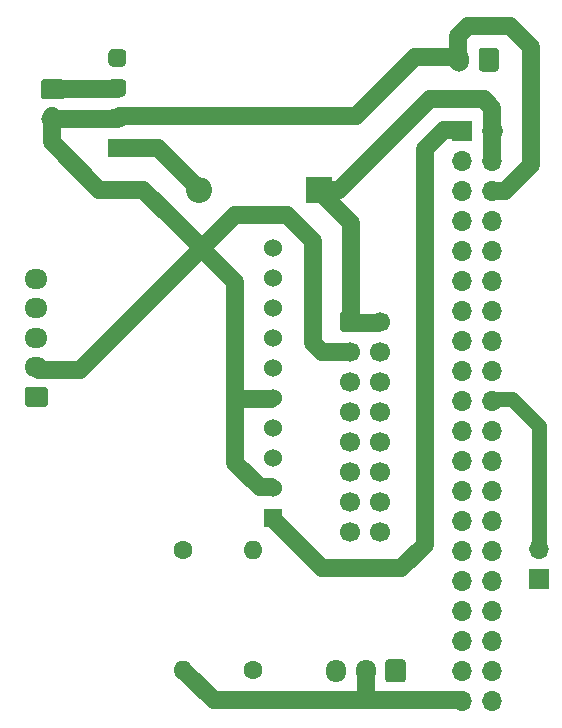
<source format=gbr>
%TF.GenerationSoftware,KiCad,Pcbnew,(5.1.8-0-10_14)*%
%TF.CreationDate,2021-09-21T14:49:06-04:00*%
%TF.ProjectId,PiHatPro,50694861-7450-4726-9f2e-6b696361645f,rev?*%
%TF.SameCoordinates,PX9b0780PY44cb540*%
%TF.FileFunction,Copper,L1,Top*%
%TF.FilePolarity,Positive*%
%FSLAX46Y46*%
G04 Gerber Fmt 4.6, Leading zero omitted, Abs format (unit mm)*
G04 Created by KiCad (PCBNEW (5.1.8-0-10_14)) date 2021-09-21 14:49:06*
%MOMM*%
%LPD*%
G01*
G04 APERTURE LIST*
%TA.AperFunction,ComponentPad*%
%ADD10C,1.524000*%
%TD*%
%TA.AperFunction,ComponentPad*%
%ADD11R,1.524000X1.524000*%
%TD*%
%TA.AperFunction,ComponentPad*%
%ADD12O,1.950000X1.700000*%
%TD*%
%TA.AperFunction,ComponentPad*%
%ADD13O,1.700000X1.700000*%
%TD*%
%TA.AperFunction,ComponentPad*%
%ADD14R,1.700000X1.700000*%
%TD*%
%TA.AperFunction,ComponentPad*%
%ADD15O,1.600000X1.600000*%
%TD*%
%TA.AperFunction,ComponentPad*%
%ADD16C,1.600000*%
%TD*%
%TA.AperFunction,ComponentPad*%
%ADD17O,1.700000X1.950000*%
%TD*%
%TA.AperFunction,ComponentPad*%
%ADD18C,1.700000*%
%TD*%
%TA.AperFunction,ComponentPad*%
%ADD19O,1.700000X2.000000*%
%TD*%
%TA.AperFunction,ComponentPad*%
%ADD20O,2.200000X2.200000*%
%TD*%
%TA.AperFunction,ComponentPad*%
%ADD21R,2.200000X2.200000*%
%TD*%
%TA.AperFunction,ComponentPad*%
%ADD22O,2.000000X1.700000*%
%TD*%
%TA.AperFunction,Conductor*%
%ADD23C,1.250000*%
%TD*%
%TA.AperFunction,Conductor*%
%ADD24C,1.500000*%
%TD*%
G04 APERTURE END LIST*
D10*
%TO.P,U2,10*%
%TO.N,Net-(U2-Pad10)*%
X24700000Y41280000D03*
%TO.P,U2,9*%
%TO.N,JOYSTICK_SW*%
X24700000Y38740000D03*
%TO.P,U2,8*%
%TO.N,JOYSTICK_Y*%
X24700000Y36200000D03*
%TO.P,U2,7*%
%TO.N,JOYSTICK_X*%
X24700000Y33660000D03*
%TO.P,U2,6*%
%TO.N,Net-(U2-Pad6)*%
X24700000Y31120000D03*
%TO.P,U2,5*%
%TO.N,GND*%
X24700000Y28580000D03*
%TO.P,U2,4*%
%TO.N,SDA*%
X24700000Y26040000D03*
%TO.P,U2,3*%
%TO.N,SCL*%
X24700000Y23500000D03*
%TO.P,U2,2*%
%TO.N,GND*%
X24700000Y20960000D03*
D11*
%TO.P,U2,1*%
%TO.N,+3V3*%
X24700000Y18420000D03*
%TD*%
D12*
%TO.P,J4,5*%
%TO.N,JOYSTICK_SW*%
X4700000Y38700000D03*
%TO.P,J4,4*%
%TO.N,JOYSTICK_Y*%
X4700000Y36200000D03*
%TO.P,J4,3*%
%TO.N,JOYSTICK_X*%
X4700000Y33700000D03*
%TO.P,J4,2*%
%TO.N,GND*%
X4700000Y31200000D03*
%TO.P,J4,1*%
%TO.N,+5V*%
%TA.AperFunction,ComponentPad*%
G36*
G01*
X5425000Y27850000D02*
X3975000Y27850000D01*
G75*
G02*
X3725000Y28100000I0J250000D01*
G01*
X3725000Y29300000D01*
G75*
G02*
X3975000Y29550000I250000J0D01*
G01*
X5425000Y29550000D01*
G75*
G02*
X5675000Y29300000I0J-250000D01*
G01*
X5675000Y28100000D01*
G75*
G02*
X5425000Y27850000I-250000J0D01*
G01*
G37*
%TD.AperFunction*%
%TD*%
D13*
%TO.P,J9,2*%
%TO.N,GND*%
X47250000Y15790000D03*
D14*
%TO.P,J9,1*%
%TO.N,Buzzer*%
X47250000Y13250000D03*
%TD*%
D15*
%TO.P,R2,2*%
%TO.N,GND*%
X17100000Y5540000D03*
D16*
%TO.P,R2,1*%
%TO.N,ZProbe3V3*%
X17100000Y15700000D03*
%TD*%
D15*
%TO.P,R1,2*%
%TO.N,ZProbe3V3*%
X23000000Y15760000D03*
D16*
%TO.P,R1,1*%
%TO.N,ZProbeIn*%
X23000000Y5600000D03*
%TD*%
D17*
%TO.P,J5,3*%
%TO.N,ZProbeIn*%
X30100000Y5500000D03*
%TO.P,J5,2*%
%TO.N,GND*%
X32600000Y5500000D03*
%TO.P,J5,1*%
%TO.N,LaserControl*%
%TA.AperFunction,ComponentPad*%
G36*
G01*
X35950000Y6225000D02*
X35950000Y4775000D01*
G75*
G02*
X35700000Y4525000I-250000J0D01*
G01*
X34500000Y4525000D01*
G75*
G02*
X34250000Y4775000I0J250000D01*
G01*
X34250000Y6225000D01*
G75*
G02*
X34500000Y6475000I250000J0D01*
G01*
X35700000Y6475000D01*
G75*
G02*
X35950000Y6225000I0J-250000D01*
G01*
G37*
%TD.AperFunction*%
%TD*%
D18*
%TO.P,J6,16*%
%TO.N,T_IRQ*%
X33790000Y17288000D03*
%TO.P,J6,14*%
%TO.N,SLCK*%
X33790000Y19828000D03*
%TO.P,J6,12*%
%TO.N,MISO*%
X33790000Y22368000D03*
%TO.P,J6,10*%
%TO.N,MOSI*%
X33790000Y24908000D03*
%TO.P,J6,8*%
%TO.N,RESET*%
X33790000Y27448000D03*
%TO.P,J6,6*%
%TO.N,DC*%
X33790000Y29988000D03*
%TO.P,J6,4*%
%TO.N,CS*%
X33790000Y32528000D03*
%TO.P,J6,2*%
%TO.N,+5V*%
X33790000Y35068000D03*
%TO.P,J6,15*%
%TO.N,T_CS*%
X31250000Y17288000D03*
%TO.P,J6,13*%
%TO.N,SLCK*%
X31250000Y19828000D03*
%TO.P,J6,11*%
%TO.N,MISO*%
X31250000Y22368000D03*
%TO.P,J6,9*%
%TO.N,MOSI*%
X31250000Y24908000D03*
%TO.P,J6,7*%
%TO.N,Net-(J6-Pad7)*%
X31250000Y27448000D03*
%TO.P,J6,5*%
%TO.N,Net-(J6-Pad5)*%
X31250000Y29988000D03*
%TO.P,J6,3*%
%TO.N,GND*%
X31250000Y32528000D03*
%TO.P,J6,1*%
%TO.N,+5V*%
%TA.AperFunction,ComponentPad*%
G36*
G01*
X30400000Y34468000D02*
X30400000Y35668000D01*
G75*
G02*
X30650000Y35918000I250000J0D01*
G01*
X31850000Y35918000D01*
G75*
G02*
X32100000Y35668000I0J-250000D01*
G01*
X32100000Y34468000D01*
G75*
G02*
X31850000Y34218000I-250000J0D01*
G01*
X30650000Y34218000D01*
G75*
G02*
X30400000Y34468000I0J250000D01*
G01*
G37*
%TD.AperFunction*%
%TD*%
D13*
%TO.P,J1,40*%
%TO.N,Net-(J1-Pad40)*%
X43290000Y2990000D03*
%TO.P,J1,39*%
%TO.N,GND*%
X40750000Y2990000D03*
%TO.P,J1,38*%
%TO.N,Net-(J1-Pad38)*%
X43290000Y5530000D03*
%TO.P,J1,37*%
%TO.N,LaserControl*%
X40750000Y5530000D03*
%TO.P,J1,36*%
%TO.N,Net-(J1-Pad36)*%
X43290000Y8070000D03*
%TO.P,J1,35*%
%TO.N,ZProbe3V3*%
X40750000Y8070000D03*
%TO.P,J1,34*%
%TO.N,GND*%
X43290000Y10610000D03*
%TO.P,J1,33*%
%TO.N,Net-(J1-Pad33)*%
X40750000Y10610000D03*
%TO.P,J1,32*%
%TO.N,Buzzer*%
X43290000Y13150000D03*
%TO.P,J1,31*%
%TO.N,T_CS*%
X40750000Y13150000D03*
%TO.P,J1,30*%
%TO.N,GND*%
X43290000Y15690000D03*
%TO.P,J1,29*%
%TO.N,T_IRQ*%
X40750000Y15690000D03*
%TO.P,J1,28*%
%TO.N,Net-(J1-Pad28)*%
X43290000Y18230000D03*
%TO.P,J1,27*%
%TO.N,Net-(J1-Pad27)*%
X40750000Y18230000D03*
%TO.P,J1,26*%
%TO.N,Net-(J1-Pad26)*%
X43290000Y20770000D03*
%TO.P,J1,25*%
%TO.N,GND*%
X40750000Y20770000D03*
%TO.P,J1,24*%
%TO.N,Net-(J1-Pad24)*%
X43290000Y23310000D03*
%TO.P,J1,23*%
%TO.N,SLCK*%
X40750000Y23310000D03*
%TO.P,J1,22*%
%TO.N,Net-(J1-Pad22)*%
X43290000Y25850000D03*
%TO.P,J1,21*%
%TO.N,MISO*%
X40750000Y25850000D03*
%TO.P,J1,20*%
%TO.N,GND*%
X43290000Y28390000D03*
%TO.P,J1,19*%
%TO.N,MOSI*%
X40750000Y28390000D03*
%TO.P,J1,18*%
%TO.N,Net-(J1-Pad18)*%
X43290000Y30930000D03*
%TO.P,J1,17*%
%TO.N,+3V3*%
X40750000Y30930000D03*
%TO.P,J1,16*%
%TO.N,Net-(J1-Pad16)*%
X43290000Y33470000D03*
%TO.P,J1,15*%
%TO.N,RESET*%
X40750000Y33470000D03*
%TO.P,J1,14*%
%TO.N,GND*%
X43290000Y36010000D03*
%TO.P,J1,13*%
%TO.N,DC*%
X40750000Y36010000D03*
%TO.P,J1,12*%
%TO.N,Net-(J1-Pad12)*%
X43290000Y38550000D03*
%TO.P,J1,11*%
%TO.N,CS*%
X40750000Y38550000D03*
%TO.P,J1,10*%
%TO.N,Net-(J1-Pad10)*%
X43290000Y41090000D03*
%TO.P,J1,9*%
%TO.N,GND*%
X40750000Y41090000D03*
%TO.P,J1,8*%
%TO.N,UVControl*%
X43290000Y43630000D03*
%TO.P,J1,7*%
%TO.N,Net-(J1-Pad7)*%
X40750000Y43630000D03*
%TO.P,J1,6*%
%TO.N,GND*%
X43290000Y46170000D03*
%TO.P,J1,5*%
%TO.N,SCL*%
X40750000Y46170000D03*
%TO.P,J1,4*%
%TO.N,+5V*%
X43290000Y48710000D03*
%TO.P,J1,3*%
%TO.N,SDA*%
X40750000Y48710000D03*
%TO.P,J1,2*%
%TO.N,+5V*%
X43290000Y51250000D03*
D14*
%TO.P,J1,1*%
%TO.N,+3V3*%
X40750000Y51250000D03*
%TD*%
D19*
%TO.P,J3,2*%
%TO.N,GND*%
X40500000Y57250000D03*
%TO.P,J3,1*%
%TO.N,UVControl*%
%TA.AperFunction,ComponentPad*%
G36*
G01*
X43850000Y58000000D02*
X43850000Y56500000D01*
G75*
G02*
X43600000Y56250000I-250000J0D01*
G01*
X42400000Y56250000D01*
G75*
G02*
X42150000Y56500000I0J250000D01*
G01*
X42150000Y58000000D01*
G75*
G02*
X42400000Y58250000I250000J0D01*
G01*
X43600000Y58250000D01*
G75*
G02*
X43850000Y58000000I0J-250000D01*
G01*
G37*
%TD.AperFunction*%
%TD*%
%TO.P,U1,4*%
%TO.N,Net-(U1-Pad4)*%
%TA.AperFunction,ComponentPad*%
G36*
G01*
X11931000Y56648000D02*
X11169000Y56648000D01*
G75*
G02*
X10788000Y57029000I0J381000D01*
G01*
X10788000Y57791000D01*
G75*
G02*
X11169000Y58172000I381000J0D01*
G01*
X11931000Y58172000D01*
G75*
G02*
X12312000Y57791000I0J-381000D01*
G01*
X12312000Y57029000D01*
G75*
G02*
X11931000Y56648000I-381000J0D01*
G01*
G37*
%TD.AperFunction*%
%TO.P,U1,3*%
%TO.N,+24V*%
%TA.AperFunction,ComponentPad*%
G36*
G01*
X11931000Y54108000D02*
X11169000Y54108000D01*
G75*
G02*
X10788000Y54489000I0J381000D01*
G01*
X10788000Y55251000D01*
G75*
G02*
X11169000Y55632000I381000J0D01*
G01*
X11931000Y55632000D01*
G75*
G02*
X12312000Y55251000I0J-381000D01*
G01*
X12312000Y54489000D01*
G75*
G02*
X11931000Y54108000I-381000J0D01*
G01*
G37*
%TD.AperFunction*%
%TO.P,U1,2*%
%TO.N,GND*%
%TA.AperFunction,ComponentPad*%
G36*
G01*
X11931000Y51568000D02*
X11169000Y51568000D01*
G75*
G02*
X10788000Y51949000I0J381000D01*
G01*
X10788000Y52711000D01*
G75*
G02*
X11169000Y53092000I381000J0D01*
G01*
X11931000Y53092000D01*
G75*
G02*
X12312000Y52711000I0J-381000D01*
G01*
X12312000Y51949000D01*
G75*
G02*
X11931000Y51568000I-381000J0D01*
G01*
G37*
%TD.AperFunction*%
D11*
%TO.P,U1,1*%
%TO.N,Net-(D1-Pad2)*%
X11550000Y49790000D03*
%TD*%
D20*
%TO.P,D1,2*%
%TO.N,Net-(D1-Pad2)*%
X18440000Y46200000D03*
D21*
%TO.P,D1,1*%
%TO.N,+5V*%
X28600000Y46200000D03*
%TD*%
%TO.P,J2,1*%
%TO.N,+24V*%
%TA.AperFunction,ComponentPad*%
G36*
G01*
X5334000Y55600000D02*
X6834000Y55600000D01*
G75*
G02*
X7084000Y55350000I0J-250000D01*
G01*
X7084000Y54150000D01*
G75*
G02*
X6834000Y53900000I-250000J0D01*
G01*
X5334000Y53900000D01*
G75*
G02*
X5084000Y54150000I0J250000D01*
G01*
X5084000Y55350000D01*
G75*
G02*
X5334000Y55600000I250000J0D01*
G01*
G37*
%TD.AperFunction*%
D22*
%TO.P,J2,2*%
%TO.N,GND*%
X6084000Y52250000D03*
%TD*%
D23*
%TO.N,GND*%
X47250000Y15750000D02*
X47250000Y26250000D01*
X47250000Y26250000D02*
X45000000Y28500000D01*
X43500000Y28500000D02*
X45000000Y28500000D01*
D24*
X6000000Y52250000D02*
X11500000Y52250000D01*
X13750000Y46250000D02*
X10000000Y46250000D01*
X6000000Y50250000D02*
X6000000Y52500000D01*
X10000000Y46250000D02*
X6000000Y50250000D01*
X16250000Y43750000D02*
X13750000Y46250000D01*
X18700000Y41300000D02*
X16250000Y43750000D01*
X19250000Y40750000D02*
X18700000Y41300000D01*
X32600000Y3000000D02*
X32600000Y5600000D01*
X40700000Y3000000D02*
X32600000Y3000000D01*
X8400000Y31000000D02*
X18700000Y41300000D01*
X4900000Y31000000D02*
X8400000Y31000000D01*
X24600000Y28500000D02*
X22000000Y28500000D01*
X21550000Y28950000D02*
X21550000Y38450000D01*
X22000000Y28500000D02*
X21550000Y28950000D01*
X21550000Y38450000D02*
X19250000Y40750000D01*
X24600000Y21100000D02*
X23600000Y21100000D01*
X21550000Y23150000D02*
X21550000Y28950000D01*
X23600000Y21100000D02*
X21550000Y23150000D01*
X11750000Y52500000D02*
X31750000Y52500000D01*
X31750000Y52500000D02*
X36750000Y57500000D01*
X36750000Y57500000D02*
X40500000Y57500000D01*
X32600000Y3000000D02*
X19700000Y3000000D01*
X17200000Y5500000D02*
X17100000Y5500000D01*
X19700000Y3000000D02*
X17200000Y5500000D01*
X43400000Y46100000D02*
X44400000Y46100000D01*
X44400000Y46100000D02*
X46600000Y48300000D01*
X46600000Y48300000D02*
X46600000Y58300000D01*
X46600000Y58300000D02*
X44800000Y60100000D01*
X40400000Y57200000D02*
X40400000Y59300000D01*
X41200000Y60100000D02*
X44800000Y60100000D01*
X40400000Y59300000D02*
X41200000Y60100000D01*
X31100000Y32500000D02*
X28900000Y32500000D01*
X28900000Y32500000D02*
X28100000Y33300000D01*
X28100000Y33300000D02*
X28100000Y41900000D01*
X21499999Y44099999D02*
X18700000Y41300000D01*
X25900001Y44099999D02*
X21499999Y44099999D01*
X28100000Y41900000D02*
X25900001Y44099999D01*
%TO.N,+5V*%
X31250000Y35000000D02*
X33500000Y35000000D01*
X43300000Y51100000D02*
X43400000Y51200000D01*
X28600000Y46200000D02*
X30300000Y46200000D01*
X38000000Y53900000D02*
X42600000Y53900000D01*
X43300000Y53200000D02*
X43300000Y51100000D01*
X42600000Y53900000D02*
X43300000Y53200000D01*
X43300000Y51200000D02*
X43300000Y48700000D01*
X30300000Y46200000D02*
X38000000Y53900000D01*
X31300000Y43400000D02*
X28600000Y46100000D01*
X31300000Y35000000D02*
X31300000Y43400000D01*
%TO.N,Net-(D1-Pad2)*%
X18500000Y46200000D02*
X18500000Y46300000D01*
X15000000Y49800000D02*
X11700000Y49800000D01*
X18500000Y46300000D02*
X15000000Y49800000D01*
%TO.N,+3V3*%
X40700000Y51300000D02*
X39200000Y51300000D01*
X39200000Y51300000D02*
X37600000Y49700000D01*
X37600000Y49700000D02*
X37600000Y16200000D01*
X37600000Y16200000D02*
X35600000Y14200000D01*
X28900000Y14200000D02*
X24800000Y18300000D01*
X35600000Y14200000D02*
X28900000Y14200000D01*
%TO.N,+24V*%
X6250000Y54750000D02*
X11500000Y54750000D01*
%TD*%
M02*

</source>
